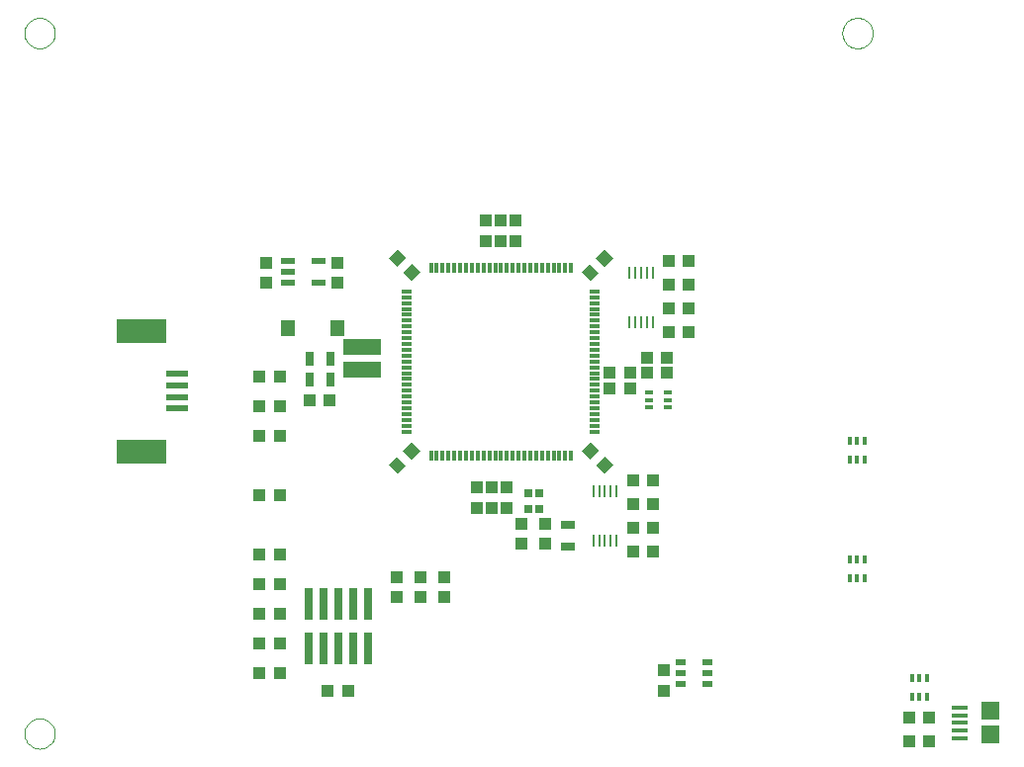
<source format=gtp>
G75*
G70*
%OFA0B0*%
%FSLAX24Y24*%
%IPPOS*%
%LPD*%
%AMOC8*
5,1,8,0,0,1.08239X$1,22.5*
%
%ADD10R,0.0433X0.0394*%
%ADD11R,0.0425X0.0413*%
%ADD12R,0.0413X0.0425*%
%ADD13R,0.0290X0.1100*%
%ADD14R,0.0276X0.0295*%
%ADD15R,0.0394X0.0433*%
%ADD16R,0.0551X0.0138*%
%ADD17R,0.0591X0.0591*%
%ADD18R,0.0354X0.0118*%
%ADD19R,0.0118X0.0354*%
%ADD20R,0.1260X0.0551*%
%ADD21R,0.0500X0.0579*%
%ADD22R,0.0472X0.0315*%
%ADD23R,0.0098X0.0394*%
%ADD24R,0.0276X0.0118*%
%ADD25R,0.0118X0.0276*%
%ADD26R,0.0472X0.0217*%
%ADD27R,0.0315X0.0472*%
%ADD28R,0.0728X0.0236*%
%ADD29R,0.1693X0.0827*%
%ADD30C,0.0000*%
%ADD31R,0.0354X0.0236*%
D10*
X012195Y014330D03*
X012865Y014330D03*
X023095Y011630D03*
X023765Y011630D03*
X023765Y010830D03*
X023095Y010830D03*
X023095Y010030D03*
X023765Y010030D03*
X023765Y009230D03*
X023095Y009230D03*
X032395Y003630D03*
X033065Y003630D03*
X033065Y002830D03*
X032395Y002830D03*
X024965Y016630D03*
X024295Y016630D03*
X024295Y017430D03*
X024965Y017430D03*
X024965Y018230D03*
X024295Y018230D03*
X024295Y019030D03*
X024965Y019030D03*
D11*
X019130Y019686D03*
X018630Y019686D03*
X018130Y019686D03*
X018130Y020374D03*
X018630Y020374D03*
X019130Y020374D03*
X018830Y011374D03*
X018330Y011374D03*
X017830Y011374D03*
X017830Y010686D03*
X018330Y010686D03*
X018830Y010686D03*
X024130Y005224D03*
X024130Y004536D03*
D12*
G36*
X022120Y011841D02*
X021829Y012132D01*
X022128Y012431D01*
X022419Y012140D01*
X022120Y011841D01*
G37*
G36*
X021632Y012329D02*
X021341Y012620D01*
X021640Y012919D01*
X021931Y012628D01*
X021632Y012329D01*
G37*
X022286Y014730D03*
X022286Y015255D03*
X022974Y015255D03*
X023536Y015255D03*
X023536Y015755D03*
X024224Y015755D03*
X024224Y015255D03*
X022974Y014730D03*
G36*
X021931Y018632D02*
X021640Y018341D01*
X021341Y018640D01*
X021632Y018931D01*
X021931Y018632D01*
G37*
G36*
X022419Y019120D02*
X022128Y018829D01*
X021829Y019128D01*
X022120Y019419D01*
X022419Y019120D01*
G37*
G36*
X015628Y018931D02*
X015919Y018640D01*
X015620Y018341D01*
X015329Y018632D01*
X015628Y018931D01*
G37*
G36*
X015140Y019419D02*
X015431Y019128D01*
X015132Y018829D01*
X014841Y019120D01*
X015140Y019419D01*
G37*
X011174Y015130D03*
X010486Y015130D03*
X010486Y014130D03*
X011174Y014130D03*
X011174Y013130D03*
X010486Y013130D03*
X010486Y011130D03*
X011174Y011130D03*
X011174Y009130D03*
X010486Y009130D03*
X010486Y008130D03*
X011174Y008130D03*
X011174Y007130D03*
X010486Y007130D03*
X010486Y006130D03*
X011174Y006130D03*
X011174Y005130D03*
X010486Y005130D03*
X012783Y004510D03*
X013472Y004510D03*
G36*
X014841Y012140D02*
X015132Y012431D01*
X015431Y012132D01*
X015140Y011841D01*
X014841Y012140D01*
G37*
G36*
X015329Y012628D02*
X015620Y012919D01*
X015919Y012620D01*
X015628Y012329D01*
X015329Y012628D01*
G37*
D13*
X014160Y007440D03*
X013660Y007440D03*
X013160Y007440D03*
X012660Y007440D03*
X012160Y007440D03*
X012160Y005940D03*
X012660Y005940D03*
X013160Y005940D03*
X013660Y005940D03*
X014160Y005940D03*
D14*
X019533Y010664D03*
X019927Y010664D03*
X019927Y011196D03*
X019533Y011196D03*
D15*
X019330Y010165D03*
X019330Y009495D03*
X020130Y009495D03*
X020130Y010165D03*
X016730Y008365D03*
X016730Y007695D03*
X015930Y007695D03*
X015930Y008365D03*
X015130Y008365D03*
X015130Y007695D03*
X013130Y018295D03*
X013130Y018965D03*
X010730Y018965D03*
X010730Y018295D03*
D16*
X034087Y003958D03*
X034087Y003702D03*
X034087Y003446D03*
X034087Y003190D03*
X034087Y002934D03*
D17*
X035130Y003052D03*
X035130Y003839D03*
D18*
X021799Y013268D03*
X021799Y013465D03*
X021799Y013661D03*
X021799Y013858D03*
X021799Y014055D03*
X021799Y014252D03*
X021799Y014449D03*
X021799Y014646D03*
X021799Y014843D03*
X021799Y015039D03*
X021799Y015236D03*
X021799Y015433D03*
X021799Y015630D03*
X021799Y015827D03*
X021799Y016024D03*
X021799Y016221D03*
X021799Y016417D03*
X021799Y016614D03*
X021799Y016811D03*
X021799Y017008D03*
X021799Y017205D03*
X021799Y017402D03*
X021799Y017599D03*
X021799Y017795D03*
X021799Y017992D03*
X015461Y017992D03*
X015461Y017795D03*
X015461Y017599D03*
X015461Y017402D03*
X015461Y017205D03*
X015461Y017008D03*
X015461Y016811D03*
X015461Y016614D03*
X015461Y016417D03*
X015461Y016221D03*
X015461Y016024D03*
X015461Y015827D03*
X015461Y015630D03*
X015461Y015433D03*
X015461Y015236D03*
X015461Y015039D03*
X015461Y014843D03*
X015461Y014646D03*
X015461Y014449D03*
X015461Y014252D03*
X015461Y014055D03*
X015461Y013858D03*
X015461Y013661D03*
X015461Y013465D03*
X015461Y013268D03*
D19*
X016268Y012461D03*
X016465Y012461D03*
X016661Y012461D03*
X016858Y012461D03*
X017055Y012461D03*
X017252Y012461D03*
X017449Y012461D03*
X017646Y012461D03*
X017843Y012461D03*
X018039Y012461D03*
X018236Y012461D03*
X018433Y012461D03*
X018630Y012461D03*
X018827Y012461D03*
X019024Y012461D03*
X019221Y012461D03*
X019417Y012461D03*
X019614Y012461D03*
X019811Y012461D03*
X020008Y012461D03*
X020205Y012461D03*
X020402Y012461D03*
X020599Y012461D03*
X020795Y012461D03*
X020992Y012461D03*
X020992Y018799D03*
X020795Y018799D03*
X020599Y018799D03*
X020402Y018799D03*
X020205Y018799D03*
X020008Y018799D03*
X019811Y018799D03*
X019614Y018799D03*
X019417Y018799D03*
X019221Y018799D03*
X019024Y018799D03*
X018827Y018799D03*
X018630Y018799D03*
X018433Y018799D03*
X018236Y018799D03*
X018039Y018799D03*
X017843Y018799D03*
X017646Y018799D03*
X017449Y018799D03*
X017252Y018799D03*
X017055Y018799D03*
X016858Y018799D03*
X016661Y018799D03*
X016465Y018799D03*
X016268Y018799D03*
D20*
X013955Y016130D03*
X013955Y015343D03*
D21*
X013126Y016755D03*
X011434Y016755D03*
D22*
X020880Y010109D03*
X020880Y009401D03*
D23*
X021736Y009598D03*
X021933Y009598D03*
X022130Y009598D03*
X022327Y009598D03*
X022524Y009598D03*
X022524Y011262D03*
X022327Y011262D03*
X022130Y011262D03*
X021933Y011262D03*
X021736Y011262D03*
X022955Y016971D03*
X023152Y016971D03*
X023349Y016971D03*
X023546Y016971D03*
X023743Y016971D03*
X023743Y018634D03*
X023546Y018634D03*
X023349Y018634D03*
X023152Y018634D03*
X022955Y018634D03*
D24*
X023615Y014586D03*
X023615Y014330D03*
X023615Y014074D03*
X024245Y014074D03*
X024245Y014330D03*
X024245Y014586D03*
D25*
X030374Y012945D03*
X030630Y012945D03*
X030886Y012945D03*
X030886Y012315D03*
X030630Y012315D03*
X030374Y012315D03*
X030374Y008945D03*
X030630Y008945D03*
X030886Y008945D03*
X030886Y008315D03*
X030630Y008315D03*
X030374Y008315D03*
X032474Y004945D03*
X032730Y004945D03*
X032986Y004945D03*
X032986Y004315D03*
X032730Y004315D03*
X032474Y004315D03*
D26*
X012476Y018284D03*
X012476Y019032D03*
X011452Y019032D03*
X011452Y018658D03*
X011452Y018284D03*
D27*
X012176Y015730D03*
X012176Y015030D03*
X012884Y015030D03*
X012884Y015730D03*
D28*
X007730Y015221D03*
X007730Y014827D03*
X007730Y014433D03*
X007730Y014039D03*
D29*
X006519Y012602D03*
X006519Y016658D03*
D30*
X002571Y003083D02*
X002573Y003041D01*
X002578Y002999D01*
X002587Y002957D01*
X002599Y002917D01*
X002614Y002877D01*
X002633Y002839D01*
X002654Y002803D01*
X002679Y002769D01*
X002706Y002736D01*
X002736Y002706D01*
X002769Y002679D01*
X002803Y002654D01*
X002839Y002633D01*
X002877Y002614D01*
X002917Y002599D01*
X002957Y002587D01*
X002999Y002578D01*
X003041Y002573D01*
X003083Y002571D01*
X003125Y002573D01*
X003167Y002578D01*
X003209Y002587D01*
X003249Y002599D01*
X003289Y002614D01*
X003327Y002633D01*
X003363Y002654D01*
X003397Y002679D01*
X003430Y002706D01*
X003460Y002736D01*
X003487Y002769D01*
X003512Y002803D01*
X003533Y002839D01*
X003552Y002877D01*
X003567Y002917D01*
X003579Y002957D01*
X003588Y002999D01*
X003593Y003041D01*
X003595Y003083D01*
X003593Y003125D01*
X003588Y003167D01*
X003579Y003209D01*
X003567Y003249D01*
X003552Y003289D01*
X003533Y003327D01*
X003512Y003363D01*
X003487Y003397D01*
X003460Y003430D01*
X003430Y003460D01*
X003397Y003487D01*
X003363Y003512D01*
X003327Y003533D01*
X003289Y003552D01*
X003249Y003567D01*
X003209Y003579D01*
X003167Y003588D01*
X003125Y003593D01*
X003083Y003595D01*
X003041Y003593D01*
X002999Y003588D01*
X002957Y003579D01*
X002917Y003567D01*
X002877Y003552D01*
X002839Y003533D01*
X002803Y003512D01*
X002769Y003487D01*
X002736Y003460D01*
X002706Y003430D01*
X002679Y003397D01*
X002654Y003363D01*
X002633Y003327D01*
X002614Y003289D01*
X002599Y003249D01*
X002587Y003209D01*
X002578Y003167D01*
X002573Y003125D01*
X002571Y003083D01*
X003083Y026193D02*
X003041Y026195D01*
X002999Y026200D01*
X002957Y026209D01*
X002917Y026221D01*
X002877Y026236D01*
X002839Y026255D01*
X002803Y026276D01*
X002769Y026301D01*
X002736Y026328D01*
X002706Y026358D01*
X002679Y026391D01*
X002654Y026425D01*
X002633Y026461D01*
X002614Y026499D01*
X002599Y026539D01*
X002587Y026579D01*
X002578Y026621D01*
X002573Y026663D01*
X002571Y026705D01*
X003083Y026193D02*
X003125Y026195D01*
X003167Y026200D01*
X003209Y026209D01*
X003249Y026221D01*
X003289Y026236D01*
X003327Y026255D01*
X003363Y026276D01*
X003397Y026301D01*
X003430Y026328D01*
X003460Y026358D01*
X003487Y026391D01*
X003512Y026425D01*
X003533Y026461D01*
X003552Y026499D01*
X003567Y026539D01*
X003579Y026579D01*
X003588Y026621D01*
X003593Y026663D01*
X003595Y026705D01*
X003593Y026747D01*
X003588Y026789D01*
X003579Y026831D01*
X003567Y026871D01*
X003552Y026911D01*
X003533Y026949D01*
X003512Y026985D01*
X003487Y027019D01*
X003460Y027052D01*
X003430Y027082D01*
X003397Y027109D01*
X003363Y027134D01*
X003327Y027155D01*
X003289Y027174D01*
X003249Y027189D01*
X003209Y027201D01*
X003167Y027210D01*
X003125Y027215D01*
X003083Y027217D01*
X003041Y027215D01*
X002999Y027210D01*
X002957Y027201D01*
X002917Y027189D01*
X002877Y027174D01*
X002839Y027155D01*
X002803Y027134D01*
X002769Y027109D01*
X002736Y027082D01*
X002706Y027052D01*
X002679Y027019D01*
X002654Y026985D01*
X002633Y026949D01*
X002614Y026911D01*
X002599Y026871D01*
X002587Y026831D01*
X002578Y026789D01*
X002573Y026747D01*
X002571Y026705D01*
X030130Y026705D02*
X030132Y026663D01*
X030137Y026621D01*
X030146Y026579D01*
X030158Y026539D01*
X030173Y026499D01*
X030192Y026461D01*
X030213Y026425D01*
X030238Y026391D01*
X030265Y026358D01*
X030295Y026328D01*
X030328Y026301D01*
X030362Y026276D01*
X030398Y026255D01*
X030436Y026236D01*
X030476Y026221D01*
X030516Y026209D01*
X030558Y026200D01*
X030600Y026195D01*
X030642Y026193D01*
X030684Y026195D01*
X030726Y026200D01*
X030768Y026209D01*
X030808Y026221D01*
X030848Y026236D01*
X030886Y026255D01*
X030922Y026276D01*
X030956Y026301D01*
X030989Y026328D01*
X031019Y026358D01*
X031046Y026391D01*
X031071Y026425D01*
X031092Y026461D01*
X031111Y026499D01*
X031126Y026539D01*
X031138Y026579D01*
X031147Y026621D01*
X031152Y026663D01*
X031154Y026705D01*
X031152Y026747D01*
X031147Y026789D01*
X031138Y026831D01*
X031126Y026871D01*
X031111Y026911D01*
X031092Y026949D01*
X031071Y026985D01*
X031046Y027019D01*
X031019Y027052D01*
X030989Y027082D01*
X030956Y027109D01*
X030922Y027134D01*
X030886Y027155D01*
X030848Y027174D01*
X030808Y027189D01*
X030768Y027201D01*
X030726Y027210D01*
X030684Y027215D01*
X030642Y027217D01*
X030600Y027215D01*
X030558Y027210D01*
X030516Y027201D01*
X030476Y027189D01*
X030436Y027174D01*
X030398Y027155D01*
X030362Y027134D01*
X030328Y027109D01*
X030295Y027082D01*
X030265Y027052D01*
X030238Y027019D01*
X030213Y026985D01*
X030192Y026949D01*
X030173Y026911D01*
X030158Y026871D01*
X030146Y026831D01*
X030137Y026789D01*
X030132Y026747D01*
X030130Y026705D01*
D31*
X025583Y005504D03*
X025583Y005130D03*
X025583Y004756D03*
X024677Y004756D03*
X024677Y005130D03*
X024677Y005504D03*
M02*

</source>
